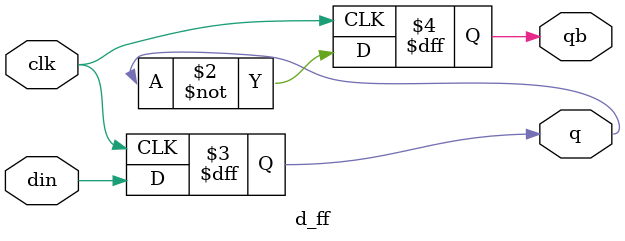
<source format=v>
`timescale 1ns / 1ps


module d_ff(q,qb,din,clk);

  input clk;
  input din;
  output reg q,qb;
  
  always @(posedge clk) begin
    q <= din;
    qb <= ~q;
  end
endmodule

</source>
